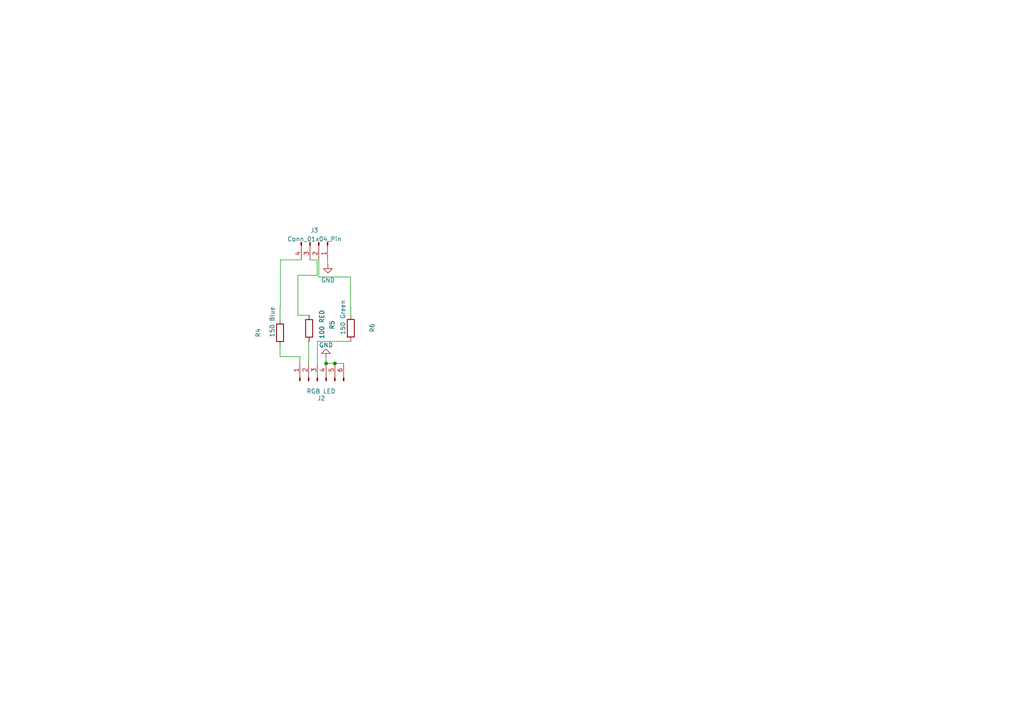
<source format=kicad_sch>
(kicad_sch (version 20230121) (generator eeschema)
  (paper "A4")
  (lib_symbols
    (symbol "Connector:Conn_01x04_Pin" (pin_names (offset 1.016) hide)
      (property "Reference" "J" (at 0 5.08 0))
      (property "Value" "Conn_01x04_Pin" (at 0 -7.62 0))
      (symbol "Conn_01x04_Pin_1_1"
        (polyline (pts (xy 1.27 -5.08) (xy 0.8636 -5.08)) (stroke (width 0.1524)))
        (polyline (pts (xy 1.27 -2.54) (xy 0.8636 -2.54)) (stroke (width 0.1524)))
        (polyline (pts (xy 1.27 0) (xy 0.8636 0)) (stroke (width 0.1524)))
        (polyline (pts (xy 1.27 2.54) (xy 0.8636 2.54)) (stroke (width 0.1524)))
        (rectangle (start 0.8636 -4.953) (end 0 -5.207) (stroke (width 0.1524)) (fill (type outline)))
        (rectangle (start 0.8636 -2.413) (end 0 -2.667) (stroke (width 0.1524)) (fill (type outline)))
        (rectangle (start 0.8636 0.127) (end 0 -0.127) (stroke (width 0.1524)) (fill (type outline)))
        (rectangle (start 0.8636 2.667) (end 0 2.413) (stroke (width 0.1524)) (fill (type outline)))
        (pin passive line (at 5.08 2.54 180) (length 3.81) (name "Pin_1") (number "1"))
        (pin passive line (at 5.08 0 180) (length 3.81) (name "Pin_2") (number "2"))
        (pin passive line (at 5.08 -2.54 180) (length 3.81) (name "Pin_3") (number "3"))
        (pin passive line (at 5.08 -5.08 180) (length 3.81) (name "Pin_4") (number "4"))
      )
    )
    (symbol "Connector:Conn_01x06_Pin" (pin_names (offset 1.016) hide)
      (property "Reference" "J" (at 0 7.62 0))
      (property "Value" "Conn_01x06_Pin" (at 0 -10.16 0))
      (symbol "Conn_01x06_Pin_1_1"
        (polyline (pts (xy 1.27 -7.62) (xy 0.8636 -7.62)) (stroke (width 0.1524)))
        (polyline (pts (xy 1.27 -5.08) (xy 0.8636 -5.08)) (stroke (width 0.1524)))
        (polyline (pts (xy 1.27 -2.54) (xy 0.8636 -2.54)) (stroke (width 0.1524)))
        (polyline (pts (xy 1.27 0) (xy 0.8636 0)) (stroke (width 0.1524)))
        (polyline (pts (xy 1.27 2.54) (xy 0.8636 2.54)) (stroke (width 0.1524)))
        (polyline (pts (xy 1.27 5.08) (xy 0.8636 5.08)) (stroke (width 0.1524)))
        (rectangle (start 0.8636 -7.493) (end 0 -7.747) (stroke (width 0.1524)) (fill (type outline)))
        (rectangle (start 0.8636 -4.953) (end 0 -5.207) (stroke (width 0.1524)) (fill (type outline)))
        (rectangle (start 0.8636 -2.413) (end 0 -2.667) (stroke (width 0.1524)) (fill (type outline)))
        (rectangle (start 0.8636 0.127) (end 0 -0.127) (stroke (width 0.1524)) (fill (type outline)))
        (rectangle (start 0.8636 2.667) (end 0 2.413) (stroke (width 0.1524)) (fill (type outline)))
        (rectangle (start 0.8636 5.207) (end 0 4.953) (stroke (width 0.1524)) (fill (type outline)))
        (pin passive line (at 5.08 5.08 180) (length 3.81) (name "Pin_1") (number "1"))
        (pin passive line (at 5.08 2.54 180) (length 3.81) (name "Pin_2") (number "2"))
        (pin passive line (at 5.08 0 180) (length 3.81) (name "Pin_3") (number "3"))
        (pin passive line (at 5.08 -2.54 180) (length 3.81) (name "Pin_4") (number "4"))
        (pin passive line (at 5.08 -5.08 180) (length 3.81) (name "Pin_5") (number "5"))
        (pin passive line (at 5.08 -7.62 180) (length 3.81) (name "Pin_6") (number "6"))
      )
    )
    (symbol "Device:R" (pin_numbers hide) (pin_names (offset 0))
      (property "Reference" "R" (at 2.032 0 90))
      (property "Value" "R" (at 0 0 90))
      (symbol "R_0_1"
        (rectangle (start -1.016 -2.54) (end 1.016 2.54) (stroke (width 0.254)))
      )
      (symbol "R_1_1"
        (pin passive line (at 0 3.81 270) (length 1.27) (name "~") (number "1"))
        (pin passive line (at 0 -3.81 90) (length 1.27) (name "~") (number "2"))
      )
    )
    (symbol "power:GND" (power) (pin_names (offset 0))
      (property "Value" "GND" (at 0 -3.81 0))
      (symbol "GND_0_1"
        (polyline (pts (xy 0 0) (xy 0 -1.27) (xy 1.27 -1.27) (xy 0 -2.54) (xy -1.27 -1.27) (xy 0 -1.27)))
      )
      (symbol "GND_1_1"
        (pin power_in line (at 0 0 270) (length 0) hide (name "GND") (number "1"))
      )
    )
  )
  (junction (at 94.5896 105.41))
  (junction (at 97.1296 105.41))
  (wire (pts (xy 91.9988 79.8576) (xy 91.9988 75.3872)))
  (wire (pts (xy 81.2292 92.71) (xy 81.2292 89.0016)))
  (wire (pts (xy 81.2292 103.4288) (xy 86.9696 103.4288)))
  (wire (pts (xy 89.5096 99.06) (xy 89.662 99.06)))
  (wire (pts (xy 91.9988 75.3872) (xy 89.916 75.3872)))
  (wire (pts (xy 81.3308 75.3872) (xy 81.3308 89.0016)))
  (wire (pts (xy 101.7524 89.154) (xy 101.7524 91.3892)))
  (wire (pts (xy 86.4108 91.44) (xy 89.662 91.44)))
  (wire (pts (xy 101.7524 99.0092) (xy 92.0496 99.0092)))
  (wire (pts (xy 94.996 75.3872) (xy 94.996 76.6572)))
  (wire (pts (xy 101.6508 89.154) (xy 101.7524 89.154)))
  (wire (pts (xy 101.6508 80.3216) (xy 92.456 80.3216)))
  (wire (pts (xy 97.1296 105.41) (xy 99.6696 105.41)))
  (wire (pts (xy 94.5388 103.7844) (xy 94.5388 105.41)))
  (wire (pts (xy 81.3308 89.0016) (xy 81.2292 89.0016)))
  (wire (pts (xy 101.6508 89.154) (xy 101.6508 80.3216)))
  (wire (pts (xy 89.5096 105.41) (xy 89.5096 99.06)))
  (wire (pts (xy 94.5896 105.41) (xy 97.1296 105.41)))
  (wire (pts (xy 86.4108 79.8576) (xy 86.4108 91.44)))
  (wire (pts (xy 86.9696 103.4288) (xy 86.9696 105.41)))
  (wire (pts (xy 86.4108 79.8576) (xy 91.9988 79.8576)))
  (wire (pts (xy 94.996 76.6572) (xy 95.0976 76.6572)))
  (wire (pts (xy 92.456 80.3216) (xy 92.456 75.3872)))
  (wire (pts (xy 92.0496 99.0092) (xy 92.0496 105.41)))
  (wire (pts (xy 81.2292 100.33) (xy 81.2292 103.4288)))
  (wire (pts (xy 81.3308 75.3872) (xy 87.376 75.3872)))
  (wire (pts (xy 94.5896 105.41) (xy 94.5388 105.41)))
  (symbol (lib_id "Device:R") (at 89.662 95.25 180) (unit 1)
    (property "Reference" "R5" (at 96.3168 94.234 90))
    (property "Value" "100 RED" (at 93.3704 94.0816 90))
    (property "Footprint" "Resistor_SMD:R_1206_3216Metric" (effects hide))
  )
  (symbol (lib_id "power:GND") (at 95.0976 76.6572 0) (unit 1)
    (property "Reference" "#PWR02" (effects hide))
    (property "Value" "GND" (at 95.0976 81.28 0))
  )
  (symbol (lib_id "power:GND") (at 94.5388 103.7844 180) (unit 1)
    (property "Reference" "#PWR01" (effects hide))
    (property "Value" "GND" (at 94.5388 100.076 0))
  )
  (symbol (lib_id "Connector:Conn_01x06_Pin") (at 92.0496 110.49 90) (unit 1)
    (property "Reference" "J2" (at 93.1672 115.5192 90))
    (property "Value" "RGB LED" (at 93.1164 113.4872 90))
    (property "Footprint" "LED_SMD:LED_RGB_5050-6" (effects hide))
  )
  (symbol (lib_id "Device:R") (at 101.7524 95.1992 180) (unit 1)
    (property "Reference" "R6" (at 107.95 95.0976 90))
    (property "Value" "150 Green" (at 99.4664 92.0496 90))
    (property "Footprint" "Resistor_SMD:R_1206_3216Metric" (effects hide))
  )
  (symbol (lib_id "Device:R") (at 81.2292 96.52 180) (unit 1)
    (property "Reference" "R4" (at 74.8792 96.52 90))
    (property "Value" "150 Blue" (at 78.9432 93.3704 90))
    (property "Footprint" "Resistor_SMD:R_1206_3216Metric" (effects hide))
  )
  (symbol (lib_id "Connector:Conn_01x04_Pin") (at 92.456 70.3072 270) (unit 1)
    (property "Reference" "J3" (at 91.186 66.802 90))
    (property "Value" "Conn_01x04_Pin" (at 91.186 69.342 90))
    (property "Footprint" "Connector_PinHeader_2.54mm:PinHeader_1x04_P2.54mm_Vertical" (effects hide))
  )
)
</source>
